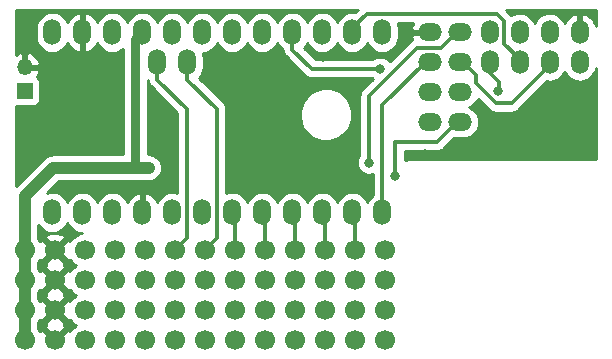
<source format=gbl>
G04 #@! TF.GenerationSoftware,KiCad,Pcbnew,(2017-11-08 revision cd21218)-HEAD*
G04 #@! TF.CreationDate,2018-02-24T01:01:06+02:00*
G04 #@! TF.ProjectId,pro_mini,70726F5F6D696E692E6B696361645F70,rev?*
G04 #@! TF.SameCoordinates,Original*
G04 #@! TF.FileFunction,Copper,L2,Bot,Signal*
G04 #@! TF.FilePolarity,Positive*
%FSLAX46Y46*%
G04 Gerber Fmt 4.6, Leading zero omitted, Abs format (unit mm)*
G04 Created by KiCad (PCBNEW (2017-11-08 revision cd21218)-HEAD) date Sat Feb 24 01:01:06 2018*
%MOMM*%
%LPD*%
G01*
G04 APERTURE LIST*
%ADD10C,0.350000*%
%ADD11O,1.501140X2.199640*%
%ADD12O,2.000000X1.500000*%
%ADD13C,1.700000*%
%ADD14O,1.500000X2.000000*%
%ADD15R,1.350000X1.350000*%
%ADD16O,1.350000X1.350000*%
%ADD17C,0.800000*%
%ADD18C,0.350000*%
%ADD19C,0.800000*%
%ADD20C,1.000000*%
%ADD21C,0.254000*%
G04 APERTURE END LIST*
D10*
X145415000Y-101625400D03*
X159461200Y-99187000D03*
X159385000Y-101549200D03*
X159512000Y-97129600D03*
D11*
X122721001Y-94085001D03*
X125261001Y-94085001D03*
X113831001Y-91545001D03*
X116371001Y-91545001D03*
X118911001Y-91545001D03*
X121451001Y-91545001D03*
X123991001Y-91545001D03*
X126531001Y-91545001D03*
X129071001Y-91545001D03*
X131611001Y-91545001D03*
X134151001Y-91545001D03*
X136691001Y-91545001D03*
X139231001Y-91545001D03*
X141771001Y-91545001D03*
X141771001Y-106785001D03*
X139231001Y-106785001D03*
X136691001Y-106785001D03*
X134151001Y-106785001D03*
X131611001Y-106785001D03*
X129071001Y-106785001D03*
X126531001Y-106785001D03*
X123991001Y-106785001D03*
X121451001Y-106785001D03*
X118911001Y-106785001D03*
X116371001Y-106785001D03*
X113831001Y-106785001D03*
D10*
X147980400Y-101650800D03*
X150952200Y-98983800D03*
X152146000Y-101828600D03*
D12*
X148336000Y-91516200D03*
X145796000Y-91516200D03*
X148336000Y-94056200D03*
X145796000Y-94056200D03*
X148336000Y-96596200D03*
X145796000Y-96596200D03*
X148336000Y-99136200D03*
X145796000Y-99136200D03*
D13*
X141980000Y-117620000D03*
X139440000Y-117620000D03*
X136900000Y-117620000D03*
X134360000Y-117620000D03*
X131820000Y-117620000D03*
X129280000Y-117620000D03*
X126740000Y-117620000D03*
X124200000Y-117620000D03*
X121660000Y-117620000D03*
X119120000Y-117620000D03*
X116580000Y-117620000D03*
X114040000Y-117620000D03*
X111500000Y-117620000D03*
X141980000Y-115080000D03*
X139440000Y-115080000D03*
X136900000Y-115080000D03*
X134360000Y-115080000D03*
X131820000Y-115080000D03*
X129280000Y-115080000D03*
X126740000Y-115080000D03*
X124200000Y-115080000D03*
X121660000Y-115080000D03*
X119120000Y-115080000D03*
X116580000Y-115080000D03*
X114040000Y-115080000D03*
X111500000Y-115080000D03*
X141980000Y-112540000D03*
X139440000Y-112540000D03*
X136900000Y-112540000D03*
X134360000Y-112540000D03*
X131820000Y-112540000D03*
X129280000Y-112540000D03*
X126740000Y-112540000D03*
X124200000Y-112540000D03*
X121660000Y-112540000D03*
X119120000Y-112540000D03*
X116580000Y-112540000D03*
X114040000Y-112540000D03*
X111500000Y-112540000D03*
X141980000Y-110000000D03*
X139440000Y-110000000D03*
X136900000Y-110000000D03*
X134360000Y-110000000D03*
X131820000Y-110000000D03*
X129280000Y-110000000D03*
X126740000Y-110000000D03*
X124200000Y-110000000D03*
X121660000Y-110000000D03*
X119120000Y-110000000D03*
X116580000Y-110000000D03*
X114040000Y-110000000D03*
X111500000Y-110000000D03*
D14*
X150856000Y-91524000D03*
X150856000Y-94064000D03*
X153396000Y-91524000D03*
X153396000Y-94064000D03*
X155936000Y-91524000D03*
X155936000Y-94064000D03*
X158476000Y-91524000D03*
X158476000Y-94064000D03*
D15*
X111500000Y-96500000D03*
D16*
X111500000Y-94500000D03*
D10*
X111625000Y-90824998D03*
X111625000Y-92824998D03*
X133625000Y-94824998D03*
X119625000Y-96824998D03*
X129625000Y-96824998D03*
X133625000Y-96824998D03*
X139625000Y-96824998D03*
X111294800Y-98824998D03*
X129625000Y-98824998D03*
X133625000Y-98824998D03*
X111294800Y-100824998D03*
X129625000Y-100824998D03*
X133625000Y-100824998D03*
X135625000Y-100824998D03*
X139625000Y-100824998D03*
X111294800Y-102824998D03*
X115625000Y-104824998D03*
X117625000Y-104824998D03*
X119625000Y-104824998D03*
X121625000Y-104824998D03*
X123625000Y-104824998D03*
D17*
X136753600Y-93599000D03*
X140639800Y-102565200D03*
X121999996Y-103000000D03*
X142849600Y-103682800D03*
X151590621Y-96505169D03*
X141574028Y-94620572D03*
D18*
X125261001Y-94085001D02*
X125261001Y-95534821D01*
X125261001Y-95534821D02*
X127756581Y-98030401D01*
X127756581Y-98030401D02*
X127756581Y-108983419D01*
X127756581Y-108983419D02*
X127589999Y-109150001D01*
X127589999Y-109150001D02*
X126740000Y-110000000D01*
X122721001Y-94085001D02*
X122721001Y-95534821D01*
X122721001Y-95534821D02*
X125216581Y-98030401D01*
X125216581Y-108983419D02*
X125049999Y-109150001D01*
X125216581Y-98030401D02*
X125216581Y-108983419D01*
X125049999Y-109150001D02*
X124200000Y-110000000D01*
X142363200Y-93599000D02*
X136753600Y-93599000D01*
X145796000Y-91516200D02*
X144446000Y-91516200D01*
X144446000Y-91516200D02*
X142363200Y-93599000D01*
D19*
X121451001Y-91545001D02*
X120853200Y-92142802D01*
X120853200Y-92142802D02*
X120853200Y-102743000D01*
X120853200Y-102743000D02*
X121110200Y-103000000D01*
X121110200Y-103000000D02*
X121999996Y-103000000D01*
D20*
X111500000Y-110000000D02*
X111500000Y-105390600D01*
X111500000Y-105390600D02*
X113890600Y-103000000D01*
X113890600Y-103000000D02*
X121999996Y-103000000D01*
X111500000Y-112540000D02*
X111500000Y-110000000D01*
X111500000Y-115080000D02*
X111500000Y-112540000D01*
X111500000Y-117620000D02*
X111500000Y-115080000D01*
D18*
X144720624Y-92831190D02*
X140639800Y-96912014D01*
X146771010Y-92831190D02*
X144720624Y-92831190D01*
X148086000Y-91516200D02*
X146771010Y-92831190D01*
X140639800Y-96912014D02*
X140639800Y-102565200D01*
X148336000Y-91516200D02*
X148086000Y-91516200D01*
X142849600Y-103682800D02*
X142849600Y-100787200D01*
X148086000Y-99136200D02*
X148336000Y-99136200D01*
X142849600Y-100787200D02*
X146435000Y-100787200D01*
X146435000Y-100787200D02*
X148086000Y-99136200D01*
X150856000Y-94064000D02*
X150856000Y-94976000D01*
X150856000Y-94976000D02*
X151638000Y-95758000D01*
X151638000Y-95758000D02*
X151638000Y-96457790D01*
X151638000Y-96457790D02*
X151590621Y-96505169D01*
X141771001Y-97719520D02*
X141771001Y-106785001D01*
X145434321Y-94056200D02*
X141771001Y-97719520D01*
X145796000Y-94056200D02*
X145434321Y-94056200D01*
X155936000Y-94064000D02*
X155936000Y-94314000D01*
X155936000Y-94314000D02*
X152714000Y-97536000D01*
X148586000Y-94056200D02*
X148336000Y-94056200D01*
X152714000Y-97536000D02*
X151384000Y-97536000D01*
X151384000Y-97536000D02*
X149686000Y-95838000D01*
X149686000Y-95838000D02*
X149686000Y-95156200D01*
X149686000Y-95156200D02*
X148586000Y-94056200D01*
X152081010Y-90613010D02*
X151438171Y-89970171D01*
X152081010Y-92499010D02*
X152081010Y-90613010D01*
X153396000Y-93814000D02*
X152081010Y-92499010D01*
X151438171Y-89970171D02*
X140456581Y-89970171D01*
X153396000Y-94064000D02*
X153396000Y-93814000D01*
X140456581Y-89970171D02*
X139231001Y-91195751D01*
X139231001Y-91195751D02*
X139231001Y-91545001D01*
X135776752Y-94620572D02*
X141574028Y-94620572D01*
X134151001Y-92994821D02*
X135776752Y-94620572D01*
X134151001Y-91545001D02*
X134151001Y-92994821D01*
X129280000Y-110000000D02*
X129280000Y-106994000D01*
X129280000Y-106994000D02*
X129071001Y-106785001D01*
X131820000Y-110000000D02*
X131820000Y-106994000D01*
X131820000Y-106994000D02*
X131611001Y-106785001D01*
X134360000Y-110000000D02*
X134360000Y-106994000D01*
X134360000Y-106994000D02*
X134151001Y-106785001D01*
X136900000Y-110000000D02*
X136900000Y-106994000D01*
X136900000Y-106994000D02*
X136691001Y-106785001D01*
X139440000Y-110000000D02*
X139440000Y-106994000D01*
X139440000Y-106994000D02*
X139231001Y-106785001D01*
D21*
G36*
X115216930Y-107909408D02*
X115387841Y-108118965D01*
X115596200Y-108291335D01*
X115834071Y-108419951D01*
X116092393Y-108499915D01*
X116361328Y-108528181D01*
X116378273Y-108526639D01*
X116158694Y-108568526D01*
X115888677Y-108677620D01*
X115644991Y-108837084D01*
X115436920Y-109040842D01*
X115309825Y-109226459D01*
X115068397Y-109151208D01*
X114219605Y-110000000D01*
X115068397Y-110848792D01*
X115311446Y-110773035D01*
X115410584Y-110926867D01*
X115612885Y-111136356D01*
X115806851Y-111271166D01*
X115644991Y-111377084D01*
X115436920Y-111580842D01*
X115309825Y-111766459D01*
X115068397Y-111691208D01*
X114219605Y-112540000D01*
X115068397Y-113388792D01*
X115311446Y-113313035D01*
X115410584Y-113466867D01*
X115612885Y-113676356D01*
X115806851Y-113811166D01*
X115644991Y-113917084D01*
X115436920Y-114120842D01*
X115309825Y-114306459D01*
X115068397Y-114231208D01*
X114219605Y-115080000D01*
X115068397Y-115928792D01*
X115311446Y-115853035D01*
X115410584Y-116006867D01*
X115612885Y-116216356D01*
X115806851Y-116351166D01*
X115644991Y-116457084D01*
X115436920Y-116660842D01*
X115309825Y-116846459D01*
X115068397Y-116771208D01*
X114219605Y-117620000D01*
X114233748Y-117634143D01*
X114054143Y-117813748D01*
X114040000Y-117799605D01*
X114025858Y-117813748D01*
X113846253Y-117634143D01*
X113860395Y-117620000D01*
X113011603Y-116771208D01*
X112769217Y-116846758D01*
X112656361Y-116676895D01*
X112635000Y-116655384D01*
X112635000Y-116108397D01*
X113191208Y-116108397D01*
X113266514Y-116350000D01*
X113191208Y-116591603D01*
X114040000Y-117440395D01*
X114888792Y-116591603D01*
X114813486Y-116350000D01*
X114888792Y-116108397D01*
X114040000Y-115259605D01*
X113191208Y-116108397D01*
X112635000Y-116108397D01*
X112635000Y-116047336D01*
X112771432Y-115853932D01*
X113011603Y-115928792D01*
X113860395Y-115080000D01*
X113011603Y-114231208D01*
X112769217Y-114306758D01*
X112656361Y-114136895D01*
X112635000Y-114115384D01*
X112635000Y-113568397D01*
X113191208Y-113568397D01*
X113266514Y-113810000D01*
X113191208Y-114051603D01*
X114040000Y-114900395D01*
X114888792Y-114051603D01*
X114813486Y-113810000D01*
X114888792Y-113568397D01*
X114040000Y-112719605D01*
X113191208Y-113568397D01*
X112635000Y-113568397D01*
X112635000Y-113507336D01*
X112771432Y-113313932D01*
X113011603Y-113388792D01*
X113860395Y-112540000D01*
X113011603Y-111691208D01*
X112769217Y-111766758D01*
X112656361Y-111596895D01*
X112635000Y-111575384D01*
X112635000Y-111028397D01*
X113191208Y-111028397D01*
X113266514Y-111270000D01*
X113191208Y-111511603D01*
X114040000Y-112360395D01*
X114888792Y-111511603D01*
X114813486Y-111270000D01*
X114888792Y-111028397D01*
X114040000Y-110179605D01*
X113191208Y-111028397D01*
X112635000Y-111028397D01*
X112635000Y-110967336D01*
X112771432Y-110773932D01*
X113011603Y-110848792D01*
X113860395Y-110000000D01*
X113011603Y-109151208D01*
X112769217Y-109226758D01*
X112656361Y-109056895D01*
X112635000Y-109035384D01*
X112635000Y-107830549D01*
X112676930Y-107909408D01*
X112847841Y-108118965D01*
X113056200Y-108291335D01*
X113294071Y-108419951D01*
X113552393Y-108499915D01*
X113821328Y-108528181D01*
X113876710Y-108523141D01*
X113681981Y-108551401D01*
X113406253Y-108649081D01*
X113268843Y-108722528D01*
X113191208Y-108971603D01*
X114040000Y-109820395D01*
X114888792Y-108971603D01*
X114811157Y-108722528D01*
X114547117Y-108596629D01*
X114263589Y-108524661D01*
X114007260Y-108511260D01*
X114090631Y-108503673D01*
X114350045Y-108427323D01*
X114589688Y-108302041D01*
X114800434Y-108132597D01*
X114974254Y-107925446D01*
X115101951Y-107693164D01*
X115216930Y-107909408D01*
X115216930Y-107909408D01*
G37*
X115216930Y-107909408D02*
X115387841Y-108118965D01*
X115596200Y-108291335D01*
X115834071Y-108419951D01*
X116092393Y-108499915D01*
X116361328Y-108528181D01*
X116378273Y-108526639D01*
X116158694Y-108568526D01*
X115888677Y-108677620D01*
X115644991Y-108837084D01*
X115436920Y-109040842D01*
X115309825Y-109226459D01*
X115068397Y-109151208D01*
X114219605Y-110000000D01*
X115068397Y-110848792D01*
X115311446Y-110773035D01*
X115410584Y-110926867D01*
X115612885Y-111136356D01*
X115806851Y-111271166D01*
X115644991Y-111377084D01*
X115436920Y-111580842D01*
X115309825Y-111766459D01*
X115068397Y-111691208D01*
X114219605Y-112540000D01*
X115068397Y-113388792D01*
X115311446Y-113313035D01*
X115410584Y-113466867D01*
X115612885Y-113676356D01*
X115806851Y-113811166D01*
X115644991Y-113917084D01*
X115436920Y-114120842D01*
X115309825Y-114306459D01*
X115068397Y-114231208D01*
X114219605Y-115080000D01*
X115068397Y-115928792D01*
X115311446Y-115853035D01*
X115410584Y-116006867D01*
X115612885Y-116216356D01*
X115806851Y-116351166D01*
X115644991Y-116457084D01*
X115436920Y-116660842D01*
X115309825Y-116846459D01*
X115068397Y-116771208D01*
X114219605Y-117620000D01*
X114233748Y-117634143D01*
X114054143Y-117813748D01*
X114040000Y-117799605D01*
X114025858Y-117813748D01*
X113846253Y-117634143D01*
X113860395Y-117620000D01*
X113011603Y-116771208D01*
X112769217Y-116846758D01*
X112656361Y-116676895D01*
X112635000Y-116655384D01*
X112635000Y-116108397D01*
X113191208Y-116108397D01*
X113266514Y-116350000D01*
X113191208Y-116591603D01*
X114040000Y-117440395D01*
X114888792Y-116591603D01*
X114813486Y-116350000D01*
X114888792Y-116108397D01*
X114040000Y-115259605D01*
X113191208Y-116108397D01*
X112635000Y-116108397D01*
X112635000Y-116047336D01*
X112771432Y-115853932D01*
X113011603Y-115928792D01*
X113860395Y-115080000D01*
X113011603Y-114231208D01*
X112769217Y-114306758D01*
X112656361Y-114136895D01*
X112635000Y-114115384D01*
X112635000Y-113568397D01*
X113191208Y-113568397D01*
X113266514Y-113810000D01*
X113191208Y-114051603D01*
X114040000Y-114900395D01*
X114888792Y-114051603D01*
X114813486Y-113810000D01*
X114888792Y-113568397D01*
X114040000Y-112719605D01*
X113191208Y-113568397D01*
X112635000Y-113568397D01*
X112635000Y-113507336D01*
X112771432Y-113313932D01*
X113011603Y-113388792D01*
X113860395Y-112540000D01*
X113011603Y-111691208D01*
X112769217Y-111766758D01*
X112656361Y-111596895D01*
X112635000Y-111575384D01*
X112635000Y-111028397D01*
X113191208Y-111028397D01*
X113266514Y-111270000D01*
X113191208Y-111511603D01*
X114040000Y-112360395D01*
X114888792Y-111511603D01*
X114813486Y-111270000D01*
X114888792Y-111028397D01*
X114040000Y-110179605D01*
X113191208Y-111028397D01*
X112635000Y-111028397D01*
X112635000Y-110967336D01*
X112771432Y-110773932D01*
X113011603Y-110848792D01*
X113860395Y-110000000D01*
X113011603Y-109151208D01*
X112769217Y-109226758D01*
X112656361Y-109056895D01*
X112635000Y-109035384D01*
X112635000Y-107830549D01*
X112676930Y-107909408D01*
X112847841Y-108118965D01*
X113056200Y-108291335D01*
X113294071Y-108419951D01*
X113552393Y-108499915D01*
X113821328Y-108528181D01*
X113876710Y-108523141D01*
X113681981Y-108551401D01*
X113406253Y-108649081D01*
X113268843Y-108722528D01*
X113191208Y-108971603D01*
X114040000Y-109820395D01*
X114888792Y-108971603D01*
X114811157Y-108722528D01*
X114547117Y-108596629D01*
X114263589Y-108524661D01*
X114007260Y-108511260D01*
X114090631Y-108503673D01*
X114350045Y-108427323D01*
X114589688Y-108302041D01*
X114800434Y-108132597D01*
X114974254Y-107925446D01*
X115101951Y-107693164D01*
X115216930Y-107909408D01*
G36*
X121913924Y-95564634D02*
X121918309Y-95609356D01*
X121924824Y-95683822D01*
X121926011Y-95687908D01*
X121926427Y-95692151D01*
X121948054Y-95763783D01*
X121968927Y-95835629D01*
X121970889Y-95839414D01*
X121972119Y-95843488D01*
X122007224Y-95909510D01*
X122041678Y-95975979D01*
X122044336Y-95979309D01*
X122046335Y-95983068D01*
X122093621Y-96041046D01*
X122140304Y-96099525D01*
X122146146Y-96105448D01*
X122146249Y-96105575D01*
X122146366Y-96105672D01*
X122148245Y-96107577D01*
X124406581Y-98365914D01*
X124406581Y-105112487D01*
X124269609Y-105070087D01*
X124000674Y-105041821D01*
X123731371Y-105066329D01*
X123471957Y-105142679D01*
X123232314Y-105267961D01*
X123021568Y-105437405D01*
X122847748Y-105644556D01*
X122719171Y-105878439D01*
X122682500Y-105788184D01*
X122532503Y-105560373D01*
X122340944Y-105366203D01*
X122115186Y-105213135D01*
X121863903Y-105107051D01*
X121792276Y-105092868D01*
X121578001Y-105215522D01*
X121578001Y-106658001D01*
X121598001Y-106658001D01*
X121598001Y-106912001D01*
X121578001Y-106912001D01*
X121578001Y-106932001D01*
X121324001Y-106932001D01*
X121324001Y-106912001D01*
X121304001Y-106912001D01*
X121304001Y-106658001D01*
X121324001Y-106658001D01*
X121324001Y-105215522D01*
X121109726Y-105092868D01*
X121038099Y-105107051D01*
X120786816Y-105213135D01*
X120561058Y-105366203D01*
X120369499Y-105560373D01*
X120219502Y-105788184D01*
X120181995Y-105880496D01*
X120065072Y-105660594D01*
X119894161Y-105451037D01*
X119685802Y-105278667D01*
X119447931Y-105150051D01*
X119189609Y-105070087D01*
X118920674Y-105041821D01*
X118651371Y-105066329D01*
X118391957Y-105142679D01*
X118152314Y-105267961D01*
X117941568Y-105437405D01*
X117767748Y-105644556D01*
X117640051Y-105876838D01*
X117525072Y-105660594D01*
X117354161Y-105451037D01*
X117145802Y-105278667D01*
X116907931Y-105150051D01*
X116649609Y-105070087D01*
X116380674Y-105041821D01*
X116111371Y-105066329D01*
X115851957Y-105142679D01*
X115612314Y-105267961D01*
X115401568Y-105437405D01*
X115227748Y-105644556D01*
X115100051Y-105876838D01*
X114985072Y-105660594D01*
X114814161Y-105451037D01*
X114605802Y-105278667D01*
X114367931Y-105150051D01*
X114109609Y-105070087D01*
X113840674Y-105041821D01*
X113571371Y-105066329D01*
X113370193Y-105125539D01*
X114360732Y-104135000D01*
X121999996Y-104135000D01*
X122220452Y-104113384D01*
X122432511Y-104049360D01*
X122628095Y-103945366D01*
X122799756Y-103805363D01*
X122940954Y-103634684D01*
X123046311Y-103439830D01*
X123111814Y-103228223D01*
X123134968Y-103007924D01*
X123114892Y-102787322D01*
X123052350Y-102574822D01*
X122949723Y-102378516D01*
X122810922Y-102205882D01*
X122641234Y-102063496D01*
X122447120Y-101956781D01*
X122235976Y-101889802D01*
X122015843Y-101865111D01*
X121999996Y-101865000D01*
X121888200Y-101865000D01*
X121888200Y-95543353D01*
X121913924Y-95564634D01*
X121913924Y-95564634D01*
G37*
X121913924Y-95564634D02*
X121918309Y-95609356D01*
X121924824Y-95683822D01*
X121926011Y-95687908D01*
X121926427Y-95692151D01*
X121948054Y-95763783D01*
X121968927Y-95835629D01*
X121970889Y-95839414D01*
X121972119Y-95843488D01*
X122007224Y-95909510D01*
X122041678Y-95975979D01*
X122044336Y-95979309D01*
X122046335Y-95983068D01*
X122093621Y-96041046D01*
X122140304Y-96099525D01*
X122146146Y-96105448D01*
X122146249Y-96105575D01*
X122146366Y-96105672D01*
X122148245Y-96107577D01*
X124406581Y-98365914D01*
X124406581Y-105112487D01*
X124269609Y-105070087D01*
X124000674Y-105041821D01*
X123731371Y-105066329D01*
X123471957Y-105142679D01*
X123232314Y-105267961D01*
X123021568Y-105437405D01*
X122847748Y-105644556D01*
X122719171Y-105878439D01*
X122682500Y-105788184D01*
X122532503Y-105560373D01*
X122340944Y-105366203D01*
X122115186Y-105213135D01*
X121863903Y-105107051D01*
X121792276Y-105092868D01*
X121578001Y-105215522D01*
X121578001Y-106658001D01*
X121598001Y-106658001D01*
X121598001Y-106912001D01*
X121578001Y-106912001D01*
X121578001Y-106932001D01*
X121324001Y-106932001D01*
X121324001Y-106912001D01*
X121304001Y-106912001D01*
X121304001Y-106658001D01*
X121324001Y-106658001D01*
X121324001Y-105215522D01*
X121109726Y-105092868D01*
X121038099Y-105107051D01*
X120786816Y-105213135D01*
X120561058Y-105366203D01*
X120369499Y-105560373D01*
X120219502Y-105788184D01*
X120181995Y-105880496D01*
X120065072Y-105660594D01*
X119894161Y-105451037D01*
X119685802Y-105278667D01*
X119447931Y-105150051D01*
X119189609Y-105070087D01*
X118920674Y-105041821D01*
X118651371Y-105066329D01*
X118391957Y-105142679D01*
X118152314Y-105267961D01*
X117941568Y-105437405D01*
X117767748Y-105644556D01*
X117640051Y-105876838D01*
X117525072Y-105660594D01*
X117354161Y-105451037D01*
X117145802Y-105278667D01*
X116907931Y-105150051D01*
X116649609Y-105070087D01*
X116380674Y-105041821D01*
X116111371Y-105066329D01*
X115851957Y-105142679D01*
X115612314Y-105267961D01*
X115401568Y-105437405D01*
X115227748Y-105644556D01*
X115100051Y-105876838D01*
X114985072Y-105660594D01*
X114814161Y-105451037D01*
X114605802Y-105278667D01*
X114367931Y-105150051D01*
X114109609Y-105070087D01*
X113840674Y-105041821D01*
X113571371Y-105066329D01*
X113370193Y-105125539D01*
X114360732Y-104135000D01*
X121999996Y-104135000D01*
X122220452Y-104113384D01*
X122432511Y-104049360D01*
X122628095Y-103945366D01*
X122799756Y-103805363D01*
X122940954Y-103634684D01*
X123046311Y-103439830D01*
X123111814Y-103228223D01*
X123134968Y-103007924D01*
X123114892Y-102787322D01*
X123052350Y-102574822D01*
X122949723Y-102378516D01*
X122810922Y-102205882D01*
X122641234Y-102063496D01*
X122447120Y-101956781D01*
X122235976Y-101889802D01*
X122015843Y-101865111D01*
X121999996Y-101865000D01*
X121888200Y-101865000D01*
X121888200Y-95543353D01*
X121913924Y-95564634D01*
G36*
X132996930Y-92669408D02*
X133167841Y-92878965D01*
X133343924Y-93024634D01*
X133348309Y-93069356D01*
X133354824Y-93143822D01*
X133356011Y-93147908D01*
X133356427Y-93152151D01*
X133378054Y-93223783D01*
X133398927Y-93295629D01*
X133400889Y-93299414D01*
X133402119Y-93303488D01*
X133437224Y-93369510D01*
X133471678Y-93435979D01*
X133474336Y-93439309D01*
X133476335Y-93443068D01*
X133523621Y-93501046D01*
X133570304Y-93559525D01*
X133576146Y-93565448D01*
X133576249Y-93565575D01*
X133576366Y-93565672D01*
X133578245Y-93567577D01*
X135203995Y-95193328D01*
X135261848Y-95240849D01*
X135319129Y-95288914D01*
X135322857Y-95290964D01*
X135326152Y-95293670D01*
X135392100Y-95329031D01*
X135457659Y-95365072D01*
X135461722Y-95366361D01*
X135465473Y-95368372D01*
X135536947Y-95390224D01*
X135608344Y-95412872D01*
X135612582Y-95413347D01*
X135616650Y-95414591D01*
X135691035Y-95422147D01*
X135765443Y-95430493D01*
X135773769Y-95430551D01*
X135773925Y-95430567D01*
X135774070Y-95430553D01*
X135776752Y-95430572D01*
X140925868Y-95430572D01*
X140955285Y-95451017D01*
X140067044Y-96339258D01*
X140019543Y-96397085D01*
X139971458Y-96454391D01*
X139969408Y-96458119D01*
X139966702Y-96461414D01*
X139931341Y-96527362D01*
X139895300Y-96592921D01*
X139894011Y-96596984D01*
X139892000Y-96600735D01*
X139870148Y-96672209D01*
X139847500Y-96743606D01*
X139847025Y-96747844D01*
X139845781Y-96751912D01*
X139838225Y-96826297D01*
X139829879Y-96900705D01*
X139829821Y-96909031D01*
X139829805Y-96909187D01*
X139829819Y-96909332D01*
X139829800Y-96912014D01*
X139829800Y-101916132D01*
X139728434Y-102064172D01*
X139648474Y-102250733D01*
X139606273Y-102449271D01*
X139603439Y-102652226D01*
X139640080Y-102851865D01*
X139714800Y-103040586D01*
X139824753Y-103211199D01*
X139965750Y-103357206D01*
X140132422Y-103473046D01*
X140318420Y-103554306D01*
X140516659Y-103597892D01*
X140719588Y-103602143D01*
X140919479Y-103566897D01*
X140961001Y-103550792D01*
X140961001Y-105309218D01*
X140801568Y-105437405D01*
X140627748Y-105644556D01*
X140500051Y-105876838D01*
X140385072Y-105660594D01*
X140214161Y-105451037D01*
X140005802Y-105278667D01*
X139767931Y-105150051D01*
X139509609Y-105070087D01*
X139240674Y-105041821D01*
X138971371Y-105066329D01*
X138711957Y-105142679D01*
X138472314Y-105267961D01*
X138261568Y-105437405D01*
X138087748Y-105644556D01*
X137960051Y-105876838D01*
X137845072Y-105660594D01*
X137674161Y-105451037D01*
X137465802Y-105278667D01*
X137227931Y-105150051D01*
X136969609Y-105070087D01*
X136700674Y-105041821D01*
X136431371Y-105066329D01*
X136171957Y-105142679D01*
X135932314Y-105267961D01*
X135721568Y-105437405D01*
X135547748Y-105644556D01*
X135420051Y-105876838D01*
X135305072Y-105660594D01*
X135134161Y-105451037D01*
X134925802Y-105278667D01*
X134687931Y-105150051D01*
X134429609Y-105070087D01*
X134160674Y-105041821D01*
X133891371Y-105066329D01*
X133631957Y-105142679D01*
X133392314Y-105267961D01*
X133181568Y-105437405D01*
X133007748Y-105644556D01*
X132880051Y-105876838D01*
X132765072Y-105660594D01*
X132594161Y-105451037D01*
X132385802Y-105278667D01*
X132147931Y-105150051D01*
X131889609Y-105070087D01*
X131620674Y-105041821D01*
X131351371Y-105066329D01*
X131091957Y-105142679D01*
X130852314Y-105267961D01*
X130641568Y-105437405D01*
X130467748Y-105644556D01*
X130340051Y-105876838D01*
X130225072Y-105660594D01*
X130054161Y-105451037D01*
X129845802Y-105278667D01*
X129607931Y-105150051D01*
X129349609Y-105070087D01*
X129080674Y-105041821D01*
X128811371Y-105066329D01*
X128566581Y-105138375D01*
X128566581Y-98687925D01*
X134762062Y-98687925D01*
X134841185Y-99119030D01*
X135002536Y-99526557D01*
X135239970Y-99894982D01*
X135544443Y-100210273D01*
X135904358Y-100460421D01*
X136306005Y-100635896D01*
X136734087Y-100730016D01*
X137172297Y-100739195D01*
X137603944Y-100663084D01*
X138012587Y-100504582D01*
X138382661Y-100269726D01*
X138700070Y-99967461D01*
X138952724Y-99609302D01*
X139130999Y-99208889D01*
X139228105Y-98781475D01*
X139235096Y-98280847D01*
X139149962Y-97850888D01*
X138982936Y-97445654D01*
X138740381Y-97080580D01*
X138431536Y-96769571D01*
X138068164Y-96524473D01*
X137664105Y-96354622D01*
X137234751Y-96266489D01*
X136796456Y-96263429D01*
X136365914Y-96345559D01*
X135959523Y-96509752D01*
X135592764Y-96749752D01*
X135279607Y-97056419D01*
X135031978Y-97418071D01*
X134859311Y-97820933D01*
X134768182Y-98249662D01*
X134762062Y-98687925D01*
X128566581Y-98687925D01*
X128566581Y-98030401D01*
X128559273Y-97955866D01*
X128552758Y-97881400D01*
X128551571Y-97877314D01*
X128551155Y-97873071D01*
X128529528Y-97801439D01*
X128508655Y-97729593D01*
X128506693Y-97725808D01*
X128505463Y-97721734D01*
X128470358Y-97655712D01*
X128435904Y-97589243D01*
X128433246Y-97585913D01*
X128431247Y-97582154D01*
X128383961Y-97524176D01*
X128337278Y-97465697D01*
X128331433Y-97459769D01*
X128331333Y-97459647D01*
X128331220Y-97459553D01*
X128329337Y-97457644D01*
X126264131Y-95392439D01*
X126404254Y-95225446D01*
X126534527Y-94988479D01*
X126616293Y-94730721D01*
X126646436Y-94461991D01*
X126646571Y-94442645D01*
X126646571Y-93727357D01*
X126620183Y-93458232D01*
X126567571Y-93283973D01*
X126790631Y-93263673D01*
X127050045Y-93187323D01*
X127289688Y-93062041D01*
X127500434Y-92892597D01*
X127674254Y-92685446D01*
X127801951Y-92453164D01*
X127916930Y-92669408D01*
X128087841Y-92878965D01*
X128296200Y-93051335D01*
X128534071Y-93179951D01*
X128792393Y-93259915D01*
X129061328Y-93288181D01*
X129330631Y-93263673D01*
X129590045Y-93187323D01*
X129829688Y-93062041D01*
X130040434Y-92892597D01*
X130214254Y-92685446D01*
X130341951Y-92453164D01*
X130456930Y-92669408D01*
X130627841Y-92878965D01*
X130836200Y-93051335D01*
X131074071Y-93179951D01*
X131332393Y-93259915D01*
X131601328Y-93288181D01*
X131870631Y-93263673D01*
X132130045Y-93187323D01*
X132369688Y-93062041D01*
X132580434Y-92892597D01*
X132754254Y-92685446D01*
X132881951Y-92453164D01*
X132996930Y-92669408D01*
X132996930Y-92669408D01*
G37*
X132996930Y-92669408D02*
X133167841Y-92878965D01*
X133343924Y-93024634D01*
X133348309Y-93069356D01*
X133354824Y-93143822D01*
X133356011Y-93147908D01*
X133356427Y-93152151D01*
X133378054Y-93223783D01*
X133398927Y-93295629D01*
X133400889Y-93299414D01*
X133402119Y-93303488D01*
X133437224Y-93369510D01*
X133471678Y-93435979D01*
X133474336Y-93439309D01*
X133476335Y-93443068D01*
X133523621Y-93501046D01*
X133570304Y-93559525D01*
X133576146Y-93565448D01*
X133576249Y-93565575D01*
X133576366Y-93565672D01*
X133578245Y-93567577D01*
X135203995Y-95193328D01*
X135261848Y-95240849D01*
X135319129Y-95288914D01*
X135322857Y-95290964D01*
X135326152Y-95293670D01*
X135392100Y-95329031D01*
X135457659Y-95365072D01*
X135461722Y-95366361D01*
X135465473Y-95368372D01*
X135536947Y-95390224D01*
X135608344Y-95412872D01*
X135612582Y-95413347D01*
X135616650Y-95414591D01*
X135691035Y-95422147D01*
X135765443Y-95430493D01*
X135773769Y-95430551D01*
X135773925Y-95430567D01*
X135774070Y-95430553D01*
X135776752Y-95430572D01*
X140925868Y-95430572D01*
X140955285Y-95451017D01*
X140067044Y-96339258D01*
X140019543Y-96397085D01*
X139971458Y-96454391D01*
X139969408Y-96458119D01*
X139966702Y-96461414D01*
X139931341Y-96527362D01*
X139895300Y-96592921D01*
X139894011Y-96596984D01*
X139892000Y-96600735D01*
X139870148Y-96672209D01*
X139847500Y-96743606D01*
X139847025Y-96747844D01*
X139845781Y-96751912D01*
X139838225Y-96826297D01*
X139829879Y-96900705D01*
X139829821Y-96909031D01*
X139829805Y-96909187D01*
X139829819Y-96909332D01*
X139829800Y-96912014D01*
X139829800Y-101916132D01*
X139728434Y-102064172D01*
X139648474Y-102250733D01*
X139606273Y-102449271D01*
X139603439Y-102652226D01*
X139640080Y-102851865D01*
X139714800Y-103040586D01*
X139824753Y-103211199D01*
X139965750Y-103357206D01*
X140132422Y-103473046D01*
X140318420Y-103554306D01*
X140516659Y-103597892D01*
X140719588Y-103602143D01*
X140919479Y-103566897D01*
X140961001Y-103550792D01*
X140961001Y-105309218D01*
X140801568Y-105437405D01*
X140627748Y-105644556D01*
X140500051Y-105876838D01*
X140385072Y-105660594D01*
X140214161Y-105451037D01*
X140005802Y-105278667D01*
X139767931Y-105150051D01*
X139509609Y-105070087D01*
X139240674Y-105041821D01*
X138971371Y-105066329D01*
X138711957Y-105142679D01*
X138472314Y-105267961D01*
X138261568Y-105437405D01*
X138087748Y-105644556D01*
X137960051Y-105876838D01*
X137845072Y-105660594D01*
X137674161Y-105451037D01*
X137465802Y-105278667D01*
X137227931Y-105150051D01*
X136969609Y-105070087D01*
X136700674Y-105041821D01*
X136431371Y-105066329D01*
X136171957Y-105142679D01*
X135932314Y-105267961D01*
X135721568Y-105437405D01*
X135547748Y-105644556D01*
X135420051Y-105876838D01*
X135305072Y-105660594D01*
X135134161Y-105451037D01*
X134925802Y-105278667D01*
X134687931Y-105150051D01*
X134429609Y-105070087D01*
X134160674Y-105041821D01*
X133891371Y-105066329D01*
X133631957Y-105142679D01*
X133392314Y-105267961D01*
X133181568Y-105437405D01*
X133007748Y-105644556D01*
X132880051Y-105876838D01*
X132765072Y-105660594D01*
X132594161Y-105451037D01*
X132385802Y-105278667D01*
X132147931Y-105150051D01*
X131889609Y-105070087D01*
X131620674Y-105041821D01*
X131351371Y-105066329D01*
X131091957Y-105142679D01*
X130852314Y-105267961D01*
X130641568Y-105437405D01*
X130467748Y-105644556D01*
X130340051Y-105876838D01*
X130225072Y-105660594D01*
X130054161Y-105451037D01*
X129845802Y-105278667D01*
X129607931Y-105150051D01*
X129349609Y-105070087D01*
X129080674Y-105041821D01*
X128811371Y-105066329D01*
X128566581Y-105138375D01*
X128566581Y-98687925D01*
X134762062Y-98687925D01*
X134841185Y-99119030D01*
X135002536Y-99526557D01*
X135239970Y-99894982D01*
X135544443Y-100210273D01*
X135904358Y-100460421D01*
X136306005Y-100635896D01*
X136734087Y-100730016D01*
X137172297Y-100739195D01*
X137603944Y-100663084D01*
X138012587Y-100504582D01*
X138382661Y-100269726D01*
X138700070Y-99967461D01*
X138952724Y-99609302D01*
X139130999Y-99208889D01*
X139228105Y-98781475D01*
X139235096Y-98280847D01*
X139149962Y-97850888D01*
X138982936Y-97445654D01*
X138740381Y-97080580D01*
X138431536Y-96769571D01*
X138068164Y-96524473D01*
X137664105Y-96354622D01*
X137234751Y-96266489D01*
X136796456Y-96263429D01*
X136365914Y-96345559D01*
X135959523Y-96509752D01*
X135592764Y-96749752D01*
X135279607Y-97056419D01*
X135031978Y-97418071D01*
X134859311Y-97820933D01*
X134768182Y-98249662D01*
X134762062Y-98687925D01*
X128566581Y-98687925D01*
X128566581Y-98030401D01*
X128559273Y-97955866D01*
X128552758Y-97881400D01*
X128551571Y-97877314D01*
X128551155Y-97873071D01*
X128529528Y-97801439D01*
X128508655Y-97729593D01*
X128506693Y-97725808D01*
X128505463Y-97721734D01*
X128470358Y-97655712D01*
X128435904Y-97589243D01*
X128433246Y-97585913D01*
X128431247Y-97582154D01*
X128383961Y-97524176D01*
X128337278Y-97465697D01*
X128331433Y-97459769D01*
X128331333Y-97459647D01*
X128331220Y-97459553D01*
X128329337Y-97457644D01*
X126264131Y-95392439D01*
X126404254Y-95225446D01*
X126534527Y-94988479D01*
X126616293Y-94730721D01*
X126646436Y-94461991D01*
X126646571Y-94442645D01*
X126646571Y-93727357D01*
X126620183Y-93458232D01*
X126567571Y-93283973D01*
X126790631Y-93263673D01*
X127050045Y-93187323D01*
X127289688Y-93062041D01*
X127500434Y-92892597D01*
X127674254Y-92685446D01*
X127801951Y-92453164D01*
X127916930Y-92669408D01*
X128087841Y-92878965D01*
X128296200Y-93051335D01*
X128534071Y-93179951D01*
X128792393Y-93259915D01*
X129061328Y-93288181D01*
X129330631Y-93263673D01*
X129590045Y-93187323D01*
X129829688Y-93062041D01*
X130040434Y-92892597D01*
X130214254Y-92685446D01*
X130341951Y-92453164D01*
X130456930Y-92669408D01*
X130627841Y-92878965D01*
X130836200Y-93051335D01*
X131074071Y-93179951D01*
X131332393Y-93259915D01*
X131601328Y-93288181D01*
X131870631Y-93263673D01*
X132130045Y-93187323D01*
X132369688Y-93062041D01*
X132580434Y-92892597D01*
X132754254Y-92685446D01*
X132881951Y-92453164D01*
X132996930Y-92669408D01*
G36*
X139456712Y-89824527D02*
X139240674Y-89801821D01*
X138971371Y-89826329D01*
X138711957Y-89902679D01*
X138472314Y-90027961D01*
X138261568Y-90197405D01*
X138087748Y-90404556D01*
X137960051Y-90636838D01*
X137845072Y-90420594D01*
X137674161Y-90211037D01*
X137465802Y-90038667D01*
X137227931Y-89910051D01*
X136969609Y-89830087D01*
X136700674Y-89801821D01*
X136431371Y-89826329D01*
X136171957Y-89902679D01*
X135932314Y-90027961D01*
X135721568Y-90197405D01*
X135547748Y-90404556D01*
X135420051Y-90636838D01*
X135305072Y-90420594D01*
X135134161Y-90211037D01*
X134925802Y-90038667D01*
X134687931Y-89910051D01*
X134429609Y-89830087D01*
X134160674Y-89801821D01*
X133891371Y-89826329D01*
X133631957Y-89902679D01*
X133392314Y-90027961D01*
X133181568Y-90197405D01*
X133007748Y-90404556D01*
X132880051Y-90636838D01*
X132765072Y-90420594D01*
X132594161Y-90211037D01*
X132385802Y-90038667D01*
X132147931Y-89910051D01*
X131889609Y-89830087D01*
X131620674Y-89801821D01*
X131351371Y-89826329D01*
X131091957Y-89902679D01*
X130852314Y-90027961D01*
X130641568Y-90197405D01*
X130467748Y-90404556D01*
X130340051Y-90636838D01*
X130225072Y-90420594D01*
X130054161Y-90211037D01*
X129845802Y-90038667D01*
X129607931Y-89910051D01*
X129349609Y-89830087D01*
X129080674Y-89801821D01*
X128811371Y-89826329D01*
X128551957Y-89902679D01*
X128312314Y-90027961D01*
X128101568Y-90197405D01*
X127927748Y-90404556D01*
X127800051Y-90636838D01*
X127685072Y-90420594D01*
X127514161Y-90211037D01*
X127305802Y-90038667D01*
X127067931Y-89910051D01*
X126809609Y-89830087D01*
X126540674Y-89801821D01*
X126271371Y-89826329D01*
X126011957Y-89902679D01*
X125772314Y-90027961D01*
X125561568Y-90197405D01*
X125387748Y-90404556D01*
X125260051Y-90636838D01*
X125145072Y-90420594D01*
X124974161Y-90211037D01*
X124765802Y-90038667D01*
X124527931Y-89910051D01*
X124269609Y-89830087D01*
X124000674Y-89801821D01*
X123731371Y-89826329D01*
X123471957Y-89902679D01*
X123232314Y-90027961D01*
X123021568Y-90197405D01*
X122847748Y-90404556D01*
X122720051Y-90636838D01*
X122605072Y-90420594D01*
X122434161Y-90211037D01*
X122225802Y-90038667D01*
X121987931Y-89910051D01*
X121729609Y-89830087D01*
X121460674Y-89801821D01*
X121191371Y-89826329D01*
X120931957Y-89902679D01*
X120692314Y-90027961D01*
X120481568Y-90197405D01*
X120307748Y-90404556D01*
X120180051Y-90636838D01*
X120065072Y-90420594D01*
X119894161Y-90211037D01*
X119685802Y-90038667D01*
X119447931Y-89910051D01*
X119189609Y-89830087D01*
X118920674Y-89801821D01*
X118651371Y-89826329D01*
X118391957Y-89902679D01*
X118152314Y-90027961D01*
X117941568Y-90197405D01*
X117767748Y-90404556D01*
X117639171Y-90638439D01*
X117602500Y-90548184D01*
X117452503Y-90320373D01*
X117260944Y-90126203D01*
X117035186Y-89973135D01*
X116783903Y-89867051D01*
X116712276Y-89852868D01*
X116498001Y-89975522D01*
X116498001Y-91418001D01*
X116518001Y-91418001D01*
X116518001Y-91672001D01*
X116498001Y-91672001D01*
X116498001Y-93114480D01*
X116712276Y-93237134D01*
X116783903Y-93222951D01*
X117035186Y-93116867D01*
X117260944Y-92963799D01*
X117452503Y-92769629D01*
X117602500Y-92541818D01*
X117640007Y-92449506D01*
X117756930Y-92669408D01*
X117927841Y-92878965D01*
X118136200Y-93051335D01*
X118374071Y-93179951D01*
X118632393Y-93259915D01*
X118901328Y-93288181D01*
X119170631Y-93263673D01*
X119430045Y-93187323D01*
X119669688Y-93062041D01*
X119818200Y-92942634D01*
X119818200Y-101865000D01*
X113890600Y-101865000D01*
X113786295Y-101875227D01*
X113681815Y-101884368D01*
X113676081Y-101886034D01*
X113670144Y-101886616D01*
X113569821Y-101916905D01*
X113469097Y-101946168D01*
X113463796Y-101948916D01*
X113458085Y-101950640D01*
X113365556Y-101999839D01*
X113272435Y-102048108D01*
X113267769Y-102051833D01*
X113262501Y-102054634D01*
X113181234Y-102120913D01*
X113099318Y-102186307D01*
X113091016Y-102194493D01*
X113090840Y-102194637D01*
X113090705Y-102194800D01*
X113088034Y-102197434D01*
X110758619Y-104526849D01*
X110758619Y-97806534D01*
X110825000Y-97813072D01*
X112175000Y-97813072D01*
X112299482Y-97800812D01*
X112419180Y-97764502D01*
X112529494Y-97705537D01*
X112626185Y-97626185D01*
X112705537Y-97529494D01*
X112764502Y-97419180D01*
X112800812Y-97299482D01*
X112813072Y-97175000D01*
X112813072Y-95825000D01*
X112800812Y-95700518D01*
X112764502Y-95580820D01*
X112705537Y-95470506D01*
X112626185Y-95373815D01*
X112532441Y-95296881D01*
X112629473Y-95163629D01*
X112737238Y-94930528D01*
X112767910Y-94829400D01*
X112644224Y-94627000D01*
X111627000Y-94627000D01*
X111627000Y-94647000D01*
X111373000Y-94647000D01*
X111373000Y-94627000D01*
X111353000Y-94627000D01*
X111353000Y-94373000D01*
X111373000Y-94373000D01*
X111373000Y-93354915D01*
X111627000Y-93354915D01*
X111627000Y-94373000D01*
X112644224Y-94373000D01*
X112767910Y-94170600D01*
X112737238Y-94069472D01*
X112629473Y-93836371D01*
X112478303Y-93628773D01*
X112289537Y-93454656D01*
X112070430Y-93320711D01*
X111829401Y-93232085D01*
X111627000Y-93354915D01*
X111373000Y-93354915D01*
X111170599Y-93232085D01*
X110929570Y-93320711D01*
X110758619Y-93425217D01*
X110758619Y-91187357D01*
X112445431Y-91187357D01*
X112445431Y-91902645D01*
X112471819Y-92171770D01*
X112549978Y-92430645D01*
X112676930Y-92669408D01*
X112847841Y-92878965D01*
X113056200Y-93051335D01*
X113294071Y-93179951D01*
X113552393Y-93259915D01*
X113821328Y-93288181D01*
X114090631Y-93263673D01*
X114350045Y-93187323D01*
X114589688Y-93062041D01*
X114800434Y-92892597D01*
X114974254Y-92685446D01*
X115102831Y-92451563D01*
X115139502Y-92541818D01*
X115289499Y-92769629D01*
X115481058Y-92963799D01*
X115706816Y-93116867D01*
X115958099Y-93222951D01*
X116029726Y-93237134D01*
X116244001Y-93114480D01*
X116244001Y-91672001D01*
X116224001Y-91672001D01*
X116224001Y-91418001D01*
X116244001Y-91418001D01*
X116244001Y-89975522D01*
X116029726Y-89852868D01*
X115958099Y-89867051D01*
X115706816Y-89973135D01*
X115481058Y-90126203D01*
X115289499Y-90320373D01*
X115139502Y-90548184D01*
X115101995Y-90640496D01*
X114985072Y-90420594D01*
X114814161Y-90211037D01*
X114605802Y-90038667D01*
X114367931Y-89910051D01*
X114109609Y-89830087D01*
X113840674Y-89801821D01*
X113571371Y-89826329D01*
X113311957Y-89902679D01*
X113072314Y-90027961D01*
X112861568Y-90197405D01*
X112687748Y-90404556D01*
X112557475Y-90641523D01*
X112475709Y-90899281D01*
X112445566Y-91168011D01*
X112445431Y-91187357D01*
X110758619Y-91187357D01*
X110758619Y-89610000D01*
X139671239Y-89610000D01*
X139456712Y-89824527D01*
X139456712Y-89824527D01*
G37*
X139456712Y-89824527D02*
X139240674Y-89801821D01*
X138971371Y-89826329D01*
X138711957Y-89902679D01*
X138472314Y-90027961D01*
X138261568Y-90197405D01*
X138087748Y-90404556D01*
X137960051Y-90636838D01*
X137845072Y-90420594D01*
X137674161Y-90211037D01*
X137465802Y-90038667D01*
X137227931Y-89910051D01*
X136969609Y-89830087D01*
X136700674Y-89801821D01*
X136431371Y-89826329D01*
X136171957Y-89902679D01*
X135932314Y-90027961D01*
X135721568Y-90197405D01*
X135547748Y-90404556D01*
X135420051Y-90636838D01*
X135305072Y-90420594D01*
X135134161Y-90211037D01*
X134925802Y-90038667D01*
X134687931Y-89910051D01*
X134429609Y-89830087D01*
X134160674Y-89801821D01*
X133891371Y-89826329D01*
X133631957Y-89902679D01*
X133392314Y-90027961D01*
X133181568Y-90197405D01*
X133007748Y-90404556D01*
X132880051Y-90636838D01*
X132765072Y-90420594D01*
X132594161Y-90211037D01*
X132385802Y-90038667D01*
X132147931Y-89910051D01*
X131889609Y-89830087D01*
X131620674Y-89801821D01*
X131351371Y-89826329D01*
X131091957Y-89902679D01*
X130852314Y-90027961D01*
X130641568Y-90197405D01*
X130467748Y-90404556D01*
X130340051Y-90636838D01*
X130225072Y-90420594D01*
X130054161Y-90211037D01*
X129845802Y-90038667D01*
X129607931Y-89910051D01*
X129349609Y-89830087D01*
X129080674Y-89801821D01*
X128811371Y-89826329D01*
X128551957Y-89902679D01*
X128312314Y-90027961D01*
X128101568Y-90197405D01*
X127927748Y-90404556D01*
X127800051Y-90636838D01*
X127685072Y-90420594D01*
X127514161Y-90211037D01*
X127305802Y-90038667D01*
X127067931Y-89910051D01*
X126809609Y-89830087D01*
X126540674Y-89801821D01*
X126271371Y-89826329D01*
X126011957Y-89902679D01*
X125772314Y-90027961D01*
X125561568Y-90197405D01*
X125387748Y-90404556D01*
X125260051Y-90636838D01*
X125145072Y-90420594D01*
X124974161Y-90211037D01*
X124765802Y-90038667D01*
X124527931Y-89910051D01*
X124269609Y-89830087D01*
X124000674Y-89801821D01*
X123731371Y-89826329D01*
X123471957Y-89902679D01*
X123232314Y-90027961D01*
X123021568Y-90197405D01*
X122847748Y-90404556D01*
X122720051Y-90636838D01*
X122605072Y-90420594D01*
X122434161Y-90211037D01*
X122225802Y-90038667D01*
X121987931Y-89910051D01*
X121729609Y-89830087D01*
X121460674Y-89801821D01*
X121191371Y-89826329D01*
X120931957Y-89902679D01*
X120692314Y-90027961D01*
X120481568Y-90197405D01*
X120307748Y-90404556D01*
X120180051Y-90636838D01*
X120065072Y-90420594D01*
X119894161Y-90211037D01*
X119685802Y-90038667D01*
X119447931Y-89910051D01*
X119189609Y-89830087D01*
X118920674Y-89801821D01*
X118651371Y-89826329D01*
X118391957Y-89902679D01*
X118152314Y-90027961D01*
X117941568Y-90197405D01*
X117767748Y-90404556D01*
X117639171Y-90638439D01*
X117602500Y-90548184D01*
X117452503Y-90320373D01*
X117260944Y-90126203D01*
X117035186Y-89973135D01*
X116783903Y-89867051D01*
X116712276Y-89852868D01*
X116498001Y-89975522D01*
X116498001Y-91418001D01*
X116518001Y-91418001D01*
X116518001Y-91672001D01*
X116498001Y-91672001D01*
X116498001Y-93114480D01*
X116712276Y-93237134D01*
X116783903Y-93222951D01*
X117035186Y-93116867D01*
X117260944Y-92963799D01*
X117452503Y-92769629D01*
X117602500Y-92541818D01*
X117640007Y-92449506D01*
X117756930Y-92669408D01*
X117927841Y-92878965D01*
X118136200Y-93051335D01*
X118374071Y-93179951D01*
X118632393Y-93259915D01*
X118901328Y-93288181D01*
X119170631Y-93263673D01*
X119430045Y-93187323D01*
X119669688Y-93062041D01*
X119818200Y-92942634D01*
X119818200Y-101865000D01*
X113890600Y-101865000D01*
X113786295Y-101875227D01*
X113681815Y-101884368D01*
X113676081Y-101886034D01*
X113670144Y-101886616D01*
X113569821Y-101916905D01*
X113469097Y-101946168D01*
X113463796Y-101948916D01*
X113458085Y-101950640D01*
X113365556Y-101999839D01*
X113272435Y-102048108D01*
X113267769Y-102051833D01*
X113262501Y-102054634D01*
X113181234Y-102120913D01*
X113099318Y-102186307D01*
X113091016Y-102194493D01*
X113090840Y-102194637D01*
X113090705Y-102194800D01*
X113088034Y-102197434D01*
X110758619Y-104526849D01*
X110758619Y-97806534D01*
X110825000Y-97813072D01*
X112175000Y-97813072D01*
X112299482Y-97800812D01*
X112419180Y-97764502D01*
X112529494Y-97705537D01*
X112626185Y-97626185D01*
X112705537Y-97529494D01*
X112764502Y-97419180D01*
X112800812Y-97299482D01*
X112813072Y-97175000D01*
X112813072Y-95825000D01*
X112800812Y-95700518D01*
X112764502Y-95580820D01*
X112705537Y-95470506D01*
X112626185Y-95373815D01*
X112532441Y-95296881D01*
X112629473Y-95163629D01*
X112737238Y-94930528D01*
X112767910Y-94829400D01*
X112644224Y-94627000D01*
X111627000Y-94627000D01*
X111627000Y-94647000D01*
X111373000Y-94647000D01*
X111373000Y-94627000D01*
X111353000Y-94627000D01*
X111353000Y-94373000D01*
X111373000Y-94373000D01*
X111373000Y-93354915D01*
X111627000Y-93354915D01*
X111627000Y-94373000D01*
X112644224Y-94373000D01*
X112767910Y-94170600D01*
X112737238Y-94069472D01*
X112629473Y-93836371D01*
X112478303Y-93628773D01*
X112289537Y-93454656D01*
X112070430Y-93320711D01*
X111829401Y-93232085D01*
X111627000Y-93354915D01*
X111373000Y-93354915D01*
X111170599Y-93232085D01*
X110929570Y-93320711D01*
X110758619Y-93425217D01*
X110758619Y-91187357D01*
X112445431Y-91187357D01*
X112445431Y-91902645D01*
X112471819Y-92171770D01*
X112549978Y-92430645D01*
X112676930Y-92669408D01*
X112847841Y-92878965D01*
X113056200Y-93051335D01*
X113294071Y-93179951D01*
X113552393Y-93259915D01*
X113821328Y-93288181D01*
X114090631Y-93263673D01*
X114350045Y-93187323D01*
X114589688Y-93062041D01*
X114800434Y-92892597D01*
X114974254Y-92685446D01*
X115102831Y-92451563D01*
X115139502Y-92541818D01*
X115289499Y-92769629D01*
X115481058Y-92963799D01*
X115706816Y-93116867D01*
X115958099Y-93222951D01*
X116029726Y-93237134D01*
X116244001Y-93114480D01*
X116244001Y-91672001D01*
X116224001Y-91672001D01*
X116224001Y-91418001D01*
X116244001Y-91418001D01*
X116244001Y-89975522D01*
X116029726Y-89852868D01*
X115958099Y-89867051D01*
X115706816Y-89973135D01*
X115481058Y-90126203D01*
X115289499Y-90320373D01*
X115139502Y-90548184D01*
X115101995Y-90640496D01*
X114985072Y-90420594D01*
X114814161Y-90211037D01*
X114605802Y-90038667D01*
X114367931Y-89910051D01*
X114109609Y-89830087D01*
X113840674Y-89801821D01*
X113571371Y-89826329D01*
X113311957Y-89902679D01*
X113072314Y-90027961D01*
X112861568Y-90197405D01*
X112687748Y-90404556D01*
X112557475Y-90641523D01*
X112475709Y-90899281D01*
X112445566Y-91168011D01*
X112445431Y-91187357D01*
X110758619Y-91187357D01*
X110758619Y-89610000D01*
X139671239Y-89610000D01*
X139456712Y-89824527D01*
G36*
X159840000Y-102290000D02*
X144000000Y-102290000D01*
X143933540Y-102296517D01*
X143866959Y-102302576D01*
X143864569Y-102303279D01*
X143862094Y-102303522D01*
X143798173Y-102322821D01*
X143734029Y-102341699D01*
X143731822Y-102342853D01*
X143729440Y-102343572D01*
X143670486Y-102374919D01*
X143659600Y-102380610D01*
X143659600Y-101597200D01*
X146435000Y-101597200D01*
X146509535Y-101589892D01*
X146584001Y-101583377D01*
X146588087Y-101582190D01*
X146592330Y-101581774D01*
X146663962Y-101560147D01*
X146735808Y-101539274D01*
X146739593Y-101537312D01*
X146743667Y-101536082D01*
X146809689Y-101500977D01*
X146876158Y-101466523D01*
X146879488Y-101463865D01*
X146883247Y-101461866D01*
X146941225Y-101414580D01*
X146999704Y-101367897D01*
X147005627Y-101362055D01*
X147005754Y-101361952D01*
X147005851Y-101361835D01*
X147007756Y-101359956D01*
X147868040Y-100499673D01*
X148058751Y-100521065D01*
X148078089Y-100521200D01*
X148593911Y-100521200D01*
X148862926Y-100494823D01*
X149121693Y-100416696D01*
X149360358Y-100289796D01*
X149569829Y-100118955D01*
X149742128Y-99910682D01*
X149870691Y-99672909D01*
X149950623Y-99414693D01*
X149978877Y-99145869D01*
X149954379Y-98876677D01*
X149878061Y-98617370D01*
X149752830Y-98377825D01*
X149583456Y-98167166D01*
X149376390Y-97993418D01*
X149143237Y-97865241D01*
X149360358Y-97749796D01*
X149569829Y-97578955D01*
X149742128Y-97370682D01*
X149858305Y-97155817D01*
X150811244Y-98108757D01*
X150869079Y-98156263D01*
X150926377Y-98204342D01*
X150930108Y-98206393D01*
X150933401Y-98209098D01*
X150999328Y-98244447D01*
X151064907Y-98280500D01*
X151068970Y-98281789D01*
X151072721Y-98283800D01*
X151144236Y-98305665D01*
X151215592Y-98328300D01*
X151219825Y-98328775D01*
X151223898Y-98330020D01*
X151298333Y-98337581D01*
X151372691Y-98345921D01*
X151381017Y-98345979D01*
X151381173Y-98345995D01*
X151381318Y-98345981D01*
X151384000Y-98346000D01*
X152714000Y-98346000D01*
X152788535Y-98338692D01*
X152863001Y-98332177D01*
X152867087Y-98330990D01*
X152871330Y-98330574D01*
X152942962Y-98308947D01*
X153014808Y-98288074D01*
X153018593Y-98286112D01*
X153022667Y-98284882D01*
X153088689Y-98249777D01*
X153155158Y-98215323D01*
X153158488Y-98212665D01*
X153162247Y-98210666D01*
X153220225Y-98163380D01*
X153278704Y-98116697D01*
X153284627Y-98110855D01*
X153284754Y-98110752D01*
X153284851Y-98110635D01*
X153286756Y-98108756D01*
X155711242Y-95684271D01*
X155926331Y-95706877D01*
X156195523Y-95682379D01*
X156454830Y-95606061D01*
X156694375Y-95480830D01*
X156905034Y-95311456D01*
X157078782Y-95104390D01*
X157206959Y-94871237D01*
X157322404Y-95088358D01*
X157493245Y-95297829D01*
X157701518Y-95470128D01*
X157939291Y-95598691D01*
X158197507Y-95678623D01*
X158466331Y-95706877D01*
X158735523Y-95682379D01*
X158994830Y-95606061D01*
X159234375Y-95480830D01*
X159445034Y-95311456D01*
X159618782Y-95104390D01*
X159749002Y-94867521D01*
X159830734Y-94609869D01*
X159840000Y-94527262D01*
X159840000Y-102290000D01*
X159840000Y-102290000D01*
G37*
X159840000Y-102290000D02*
X144000000Y-102290000D01*
X143933540Y-102296517D01*
X143866959Y-102302576D01*
X143864569Y-102303279D01*
X143862094Y-102303522D01*
X143798173Y-102322821D01*
X143734029Y-102341699D01*
X143731822Y-102342853D01*
X143729440Y-102343572D01*
X143670486Y-102374919D01*
X143659600Y-102380610D01*
X143659600Y-101597200D01*
X146435000Y-101597200D01*
X146509535Y-101589892D01*
X146584001Y-101583377D01*
X146588087Y-101582190D01*
X146592330Y-101581774D01*
X146663962Y-101560147D01*
X146735808Y-101539274D01*
X146739593Y-101537312D01*
X146743667Y-101536082D01*
X146809689Y-101500977D01*
X146876158Y-101466523D01*
X146879488Y-101463865D01*
X146883247Y-101461866D01*
X146941225Y-101414580D01*
X146999704Y-101367897D01*
X147005627Y-101362055D01*
X147005754Y-101361952D01*
X147005851Y-101361835D01*
X147007756Y-101359956D01*
X147868040Y-100499673D01*
X148058751Y-100521065D01*
X148078089Y-100521200D01*
X148593911Y-100521200D01*
X148862926Y-100494823D01*
X149121693Y-100416696D01*
X149360358Y-100289796D01*
X149569829Y-100118955D01*
X149742128Y-99910682D01*
X149870691Y-99672909D01*
X149950623Y-99414693D01*
X149978877Y-99145869D01*
X149954379Y-98876677D01*
X149878061Y-98617370D01*
X149752830Y-98377825D01*
X149583456Y-98167166D01*
X149376390Y-97993418D01*
X149143237Y-97865241D01*
X149360358Y-97749796D01*
X149569829Y-97578955D01*
X149742128Y-97370682D01*
X149858305Y-97155817D01*
X150811244Y-98108757D01*
X150869079Y-98156263D01*
X150926377Y-98204342D01*
X150930108Y-98206393D01*
X150933401Y-98209098D01*
X150999328Y-98244447D01*
X151064907Y-98280500D01*
X151068970Y-98281789D01*
X151072721Y-98283800D01*
X151144236Y-98305665D01*
X151215592Y-98328300D01*
X151219825Y-98328775D01*
X151223898Y-98330020D01*
X151298333Y-98337581D01*
X151372691Y-98345921D01*
X151381017Y-98345979D01*
X151381173Y-98345995D01*
X151381318Y-98345981D01*
X151384000Y-98346000D01*
X152714000Y-98346000D01*
X152788535Y-98338692D01*
X152863001Y-98332177D01*
X152867087Y-98330990D01*
X152871330Y-98330574D01*
X152942962Y-98308947D01*
X153014808Y-98288074D01*
X153018593Y-98286112D01*
X153022667Y-98284882D01*
X153088689Y-98249777D01*
X153155158Y-98215323D01*
X153158488Y-98212665D01*
X153162247Y-98210666D01*
X153220225Y-98163380D01*
X153278704Y-98116697D01*
X153284627Y-98110855D01*
X153284754Y-98110752D01*
X153284851Y-98110635D01*
X153286756Y-98108756D01*
X155711242Y-95684271D01*
X155926331Y-95706877D01*
X156195523Y-95682379D01*
X156454830Y-95606061D01*
X156694375Y-95480830D01*
X156905034Y-95311456D01*
X157078782Y-95104390D01*
X157206959Y-94871237D01*
X157322404Y-95088358D01*
X157493245Y-95297829D01*
X157701518Y-95470128D01*
X157939291Y-95598691D01*
X158197507Y-95678623D01*
X158466331Y-95706877D01*
X158735523Y-95682379D01*
X158994830Y-95606061D01*
X159234375Y-95480830D01*
X159445034Y-95311456D01*
X159618782Y-95104390D01*
X159749002Y-94867521D01*
X159830734Y-94609869D01*
X159840000Y-94527262D01*
X159840000Y-102290000D01*
G36*
X144334610Y-90822300D02*
X144222513Y-91071964D01*
X144203682Y-91175015D01*
X144326344Y-91389200D01*
X145669000Y-91389200D01*
X145669000Y-91369200D01*
X145923000Y-91369200D01*
X145923000Y-91389200D01*
X145943000Y-91389200D01*
X145943000Y-91643200D01*
X145923000Y-91643200D01*
X145923000Y-91663200D01*
X145669000Y-91663200D01*
X145669000Y-91643200D01*
X144326344Y-91643200D01*
X144203682Y-91857385D01*
X144222513Y-91960436D01*
X144302989Y-92139674D01*
X144279466Y-92151867D01*
X144276136Y-92154525D01*
X144272377Y-92156524D01*
X144214429Y-92203785D01*
X144155920Y-92250492D01*
X144149991Y-92256340D01*
X144149870Y-92256438D01*
X144149777Y-92256550D01*
X144147868Y-92258433D01*
X142405152Y-94001149D01*
X142379976Y-93963256D01*
X142236954Y-93819232D01*
X142068681Y-93705730D01*
X141881567Y-93627075D01*
X141682738Y-93586261D01*
X141479769Y-93584844D01*
X141280391Y-93622878D01*
X141092196Y-93698913D01*
X140922355Y-93810054D01*
X140921826Y-93810572D01*
X136112265Y-93810572D01*
X135154131Y-92852439D01*
X135294254Y-92685446D01*
X135421951Y-92453164D01*
X135536930Y-92669408D01*
X135707841Y-92878965D01*
X135916200Y-93051335D01*
X136154071Y-93179951D01*
X136412393Y-93259915D01*
X136681328Y-93288181D01*
X136950631Y-93263673D01*
X137210045Y-93187323D01*
X137449688Y-93062041D01*
X137660434Y-92892597D01*
X137834254Y-92685446D01*
X137961951Y-92453164D01*
X138076930Y-92669408D01*
X138247841Y-92878965D01*
X138456200Y-93051335D01*
X138694071Y-93179951D01*
X138952393Y-93259915D01*
X139221328Y-93288181D01*
X139490631Y-93263673D01*
X139750045Y-93187323D01*
X139989688Y-93062041D01*
X140200434Y-92892597D01*
X140374254Y-92685446D01*
X140501951Y-92453164D01*
X140616930Y-92669408D01*
X140787841Y-92878965D01*
X140996200Y-93051335D01*
X141234071Y-93179951D01*
X141492393Y-93259915D01*
X141761328Y-93288181D01*
X142030631Y-93263673D01*
X142290045Y-93187323D01*
X142529688Y-93062041D01*
X142740434Y-92892597D01*
X142914254Y-92685446D01*
X143044527Y-92448479D01*
X143126293Y-92190721D01*
X143156436Y-91921991D01*
X143156571Y-91902645D01*
X143156571Y-91187357D01*
X143130183Y-90918232D01*
X143088500Y-90780171D01*
X144364582Y-90780171D01*
X144334610Y-90822300D01*
X144334610Y-90822300D01*
G37*
X144334610Y-90822300D02*
X144222513Y-91071964D01*
X144203682Y-91175015D01*
X144326344Y-91389200D01*
X145669000Y-91389200D01*
X145669000Y-91369200D01*
X145923000Y-91369200D01*
X145923000Y-91389200D01*
X145943000Y-91389200D01*
X145943000Y-91643200D01*
X145923000Y-91643200D01*
X145923000Y-91663200D01*
X145669000Y-91663200D01*
X145669000Y-91643200D01*
X144326344Y-91643200D01*
X144203682Y-91857385D01*
X144222513Y-91960436D01*
X144302989Y-92139674D01*
X144279466Y-92151867D01*
X144276136Y-92154525D01*
X144272377Y-92156524D01*
X144214429Y-92203785D01*
X144155920Y-92250492D01*
X144149991Y-92256340D01*
X144149870Y-92256438D01*
X144149777Y-92256550D01*
X144147868Y-92258433D01*
X142405152Y-94001149D01*
X142379976Y-93963256D01*
X142236954Y-93819232D01*
X142068681Y-93705730D01*
X141881567Y-93627075D01*
X141682738Y-93586261D01*
X141479769Y-93584844D01*
X141280391Y-93622878D01*
X141092196Y-93698913D01*
X140922355Y-93810054D01*
X140921826Y-93810572D01*
X136112265Y-93810572D01*
X135154131Y-92852439D01*
X135294254Y-92685446D01*
X135421951Y-92453164D01*
X135536930Y-92669408D01*
X135707841Y-92878965D01*
X135916200Y-93051335D01*
X136154071Y-93179951D01*
X136412393Y-93259915D01*
X136681328Y-93288181D01*
X136950631Y-93263673D01*
X137210045Y-93187323D01*
X137449688Y-93062041D01*
X137660434Y-92892597D01*
X137834254Y-92685446D01*
X137961951Y-92453164D01*
X138076930Y-92669408D01*
X138247841Y-92878965D01*
X138456200Y-93051335D01*
X138694071Y-93179951D01*
X138952393Y-93259915D01*
X139221328Y-93288181D01*
X139490631Y-93263673D01*
X139750045Y-93187323D01*
X139989688Y-93062041D01*
X140200434Y-92892597D01*
X140374254Y-92685446D01*
X140501951Y-92453164D01*
X140616930Y-92669408D01*
X140787841Y-92878965D01*
X140996200Y-93051335D01*
X141234071Y-93179951D01*
X141492393Y-93259915D01*
X141761328Y-93288181D01*
X142030631Y-93263673D01*
X142290045Y-93187323D01*
X142529688Y-93062041D01*
X142740434Y-92892597D01*
X142914254Y-92685446D01*
X143044527Y-92448479D01*
X143126293Y-92190721D01*
X143156436Y-91921991D01*
X143156571Y-91902645D01*
X143156571Y-91187357D01*
X143130183Y-90918232D01*
X143088500Y-90780171D01*
X144364582Y-90780171D01*
X144334610Y-90822300D01*
G36*
X159840000Y-91007464D02*
X159823243Y-90908079D01*
X159725968Y-90652276D01*
X159580658Y-90420366D01*
X159392897Y-90221260D01*
X159169900Y-90062610D01*
X158920236Y-89950513D01*
X158817185Y-89931682D01*
X158603000Y-90054344D01*
X158603000Y-91397000D01*
X158623000Y-91397000D01*
X158623000Y-91651000D01*
X158603000Y-91651000D01*
X158603000Y-91671000D01*
X158349000Y-91671000D01*
X158349000Y-91651000D01*
X158329000Y-91651000D01*
X158329000Y-91397000D01*
X158349000Y-91397000D01*
X158349000Y-90054344D01*
X158134815Y-89931682D01*
X158031764Y-89950513D01*
X157782100Y-90062610D01*
X157559103Y-90221260D01*
X157371342Y-90420366D01*
X157226032Y-90652276D01*
X157202982Y-90712891D01*
X157089596Y-90499642D01*
X156918755Y-90290171D01*
X156710482Y-90117872D01*
X156472709Y-89989309D01*
X156214493Y-89909377D01*
X155945669Y-89881123D01*
X155676477Y-89905621D01*
X155417170Y-89981939D01*
X155177625Y-90107170D01*
X154966966Y-90276544D01*
X154793218Y-90483610D01*
X154665041Y-90716763D01*
X154549596Y-90499642D01*
X154378755Y-90290171D01*
X154170482Y-90117872D01*
X153932709Y-89989309D01*
X153674493Y-89909377D01*
X153405669Y-89881123D01*
X153136477Y-89905621D01*
X152877170Y-89981939D01*
X152687771Y-90080954D01*
X152661708Y-90048306D01*
X152655860Y-90042377D01*
X152655762Y-90042256D01*
X152655650Y-90042163D01*
X152653767Y-90040254D01*
X152223512Y-89610000D01*
X159840000Y-89610000D01*
X159840000Y-91007464D01*
X159840000Y-91007464D01*
G37*
X159840000Y-91007464D02*
X159823243Y-90908079D01*
X159725968Y-90652276D01*
X159580658Y-90420366D01*
X159392897Y-90221260D01*
X159169900Y-90062610D01*
X158920236Y-89950513D01*
X158817185Y-89931682D01*
X158603000Y-90054344D01*
X158603000Y-91397000D01*
X158623000Y-91397000D01*
X158623000Y-91651000D01*
X158603000Y-91651000D01*
X158603000Y-91671000D01*
X158349000Y-91671000D01*
X158349000Y-91651000D01*
X158329000Y-91651000D01*
X158329000Y-91397000D01*
X158349000Y-91397000D01*
X158349000Y-90054344D01*
X158134815Y-89931682D01*
X158031764Y-89950513D01*
X157782100Y-90062610D01*
X157559103Y-90221260D01*
X157371342Y-90420366D01*
X157226032Y-90652276D01*
X157202982Y-90712891D01*
X157089596Y-90499642D01*
X156918755Y-90290171D01*
X156710482Y-90117872D01*
X156472709Y-89989309D01*
X156214493Y-89909377D01*
X155945669Y-89881123D01*
X155676477Y-89905621D01*
X155417170Y-89981939D01*
X155177625Y-90107170D01*
X154966966Y-90276544D01*
X154793218Y-90483610D01*
X154665041Y-90716763D01*
X154549596Y-90499642D01*
X154378755Y-90290171D01*
X154170482Y-90117872D01*
X153932709Y-89989309D01*
X153674493Y-89909377D01*
X153405669Y-89881123D01*
X153136477Y-89905621D01*
X152877170Y-89981939D01*
X152687771Y-90080954D01*
X152661708Y-90048306D01*
X152655860Y-90042377D01*
X152655762Y-90042256D01*
X152655650Y-90042163D01*
X152653767Y-90040254D01*
X152223512Y-89610000D01*
X159840000Y-89610000D01*
X159840000Y-91007464D01*
M02*

</source>
